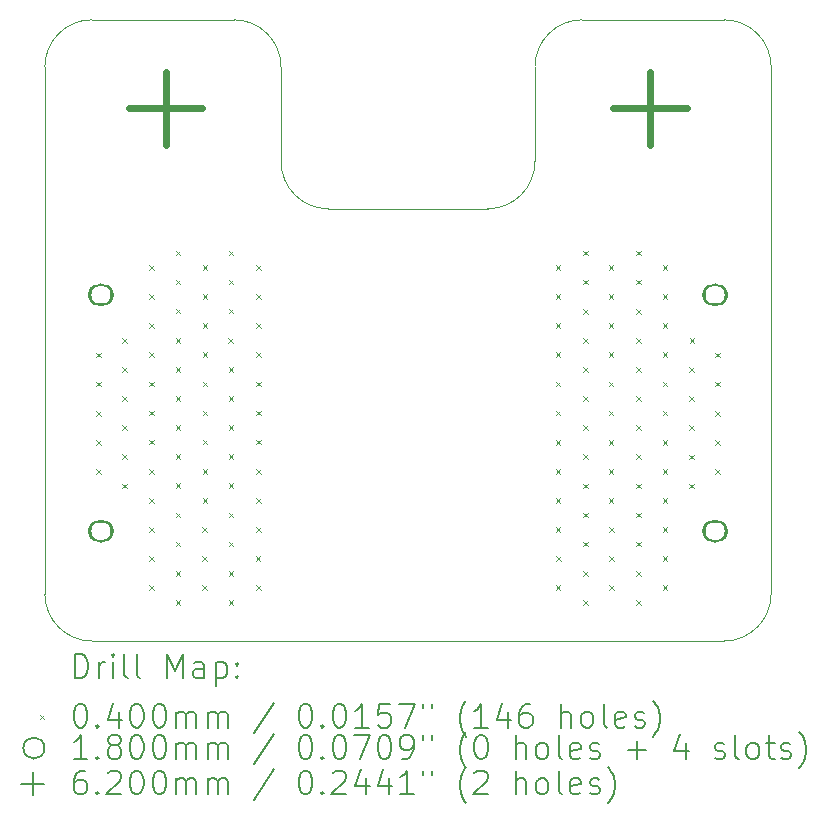
<source format=gbr>
%FSLAX45Y45*%
G04 Gerber Fmt 4.5, Leading zero omitted, Abs format (unit mm)*
G04 Created by KiCad (PCBNEW 6.0.2+dfsg-1) date 2023-05-25 22:22:31*
%MOMM*%
%LPD*%
G01*
G04 APERTURE LIST*
%TA.AperFunction,Profile*%
%ADD10C,0.050000*%
%TD*%
%ADD11C,0.200000*%
%ADD12C,0.040000*%
%ADD13C,0.180000*%
%ADD14C,0.620000*%
G04 APERTURE END LIST*
D10*
X13510000Y-7850000D02*
X12310000Y-7850000D01*
X12310000Y-13110000D02*
X17660000Y-13110000D01*
X16060000Y-8250000D02*
X16060000Y-9050000D01*
X13910000Y-9050000D02*
X13910000Y-8250000D01*
X16460000Y-7850000D02*
G75*
G03*
X16060000Y-8250000I0J-400000D01*
G01*
X15660000Y-9450000D02*
X14310000Y-9450000D01*
X18060000Y-8250000D02*
G75*
G03*
X17660000Y-7850000I-400000J0D01*
G01*
X15660000Y-9450000D02*
G75*
G03*
X16060000Y-9050000I0J400000D01*
G01*
X17660000Y-13110000D02*
G75*
G03*
X18060000Y-12710000I0J400000D01*
G01*
X12310000Y-7850000D02*
G75*
G03*
X11910000Y-8250000I0J-400000D01*
G01*
X13910000Y-9050000D02*
G75*
G03*
X14310000Y-9450000I400000J0D01*
G01*
X18060000Y-12710000D02*
X18060000Y-8250000D01*
X11910000Y-8250000D02*
X11910000Y-12710000D01*
X11910000Y-12710000D02*
G75*
G03*
X12310000Y-13110000I400000J0D01*
G01*
X17660000Y-7850000D02*
X16460000Y-7850000D01*
X13910000Y-8250000D02*
G75*
G03*
X13510000Y-7850000I-400000J0D01*
G01*
D11*
D12*
X12347500Y-10667939D02*
X12387500Y-10707939D01*
X12387500Y-10667939D02*
X12347500Y-10707939D01*
X12347500Y-10914368D02*
X12387500Y-10954368D01*
X12387500Y-10914368D02*
X12347500Y-10954368D01*
X12347500Y-11160796D02*
X12387500Y-11200796D01*
X12387500Y-11160796D02*
X12347500Y-11200796D01*
X12347500Y-11407225D02*
X12387500Y-11447225D01*
X12387500Y-11407225D02*
X12347500Y-11447225D01*
X12347500Y-11653653D02*
X12387500Y-11693653D01*
X12387500Y-11653653D02*
X12347500Y-11693653D01*
X12562500Y-10544677D02*
X12602500Y-10584677D01*
X12602500Y-10544677D02*
X12562500Y-10584677D01*
X12567500Y-10791216D02*
X12607500Y-10831216D01*
X12607500Y-10791216D02*
X12567500Y-10831216D01*
X12567500Y-11037754D02*
X12607500Y-11077754D01*
X12607500Y-11037754D02*
X12567500Y-11077754D01*
X12567500Y-11284293D02*
X12607500Y-11324293D01*
X12607500Y-11284293D02*
X12567500Y-11324293D01*
X12567500Y-11530831D02*
X12607500Y-11570831D01*
X12607500Y-11530831D02*
X12567500Y-11570831D01*
X12567500Y-11777369D02*
X12607500Y-11817369D01*
X12607500Y-11777369D02*
X12567500Y-11817369D01*
X12792500Y-9927500D02*
X12832500Y-9967500D01*
X12832500Y-9927500D02*
X12792500Y-9967500D01*
X12792500Y-10173929D02*
X12832500Y-10213929D01*
X12832500Y-10173929D02*
X12792500Y-10213929D01*
X12792500Y-10420357D02*
X12832500Y-10460357D01*
X12832500Y-10420357D02*
X12792500Y-10460357D01*
X12792500Y-10666786D02*
X12832500Y-10706786D01*
X12832500Y-10666786D02*
X12792500Y-10706786D01*
X12792500Y-10913214D02*
X12832500Y-10953214D01*
X12832500Y-10913214D02*
X12792500Y-10953214D01*
X12792500Y-11159643D02*
X12832500Y-11199642D01*
X12832500Y-11159643D02*
X12792500Y-11199642D01*
X12792500Y-11406071D02*
X12832500Y-11446071D01*
X12832500Y-11406071D02*
X12792500Y-11446071D01*
X12792500Y-11652499D02*
X12832500Y-11692499D01*
X12832500Y-11652499D02*
X12792500Y-11692499D01*
X12792500Y-11898928D02*
X12832500Y-11938928D01*
X12832500Y-11898928D02*
X12792500Y-11938928D01*
X12792500Y-12145356D02*
X12832500Y-12185356D01*
X12832500Y-12145356D02*
X12792500Y-12185356D01*
X12792500Y-12391785D02*
X12832500Y-12431785D01*
X12832500Y-12391785D02*
X12792500Y-12431785D01*
X12792500Y-12638213D02*
X12832500Y-12678213D01*
X12832500Y-12638213D02*
X12792500Y-12678213D01*
X13017500Y-9803909D02*
X13057500Y-9843909D01*
X13057500Y-9803909D02*
X13017500Y-9843909D01*
X13017500Y-10050447D02*
X13057500Y-10090447D01*
X13057500Y-10050447D02*
X13017500Y-10090447D01*
X13017500Y-10296985D02*
X13057500Y-10336985D01*
X13057500Y-10296985D02*
X13017500Y-10336985D01*
X13017500Y-10543524D02*
X13057500Y-10583524D01*
X13057500Y-10543524D02*
X13017500Y-10583524D01*
X13017500Y-10790062D02*
X13057500Y-10830062D01*
X13057500Y-10790062D02*
X13017500Y-10830062D01*
X13017500Y-11036601D02*
X13057500Y-11076601D01*
X13057500Y-11036601D02*
X13017500Y-11076601D01*
X13017500Y-11283139D02*
X13057500Y-11323139D01*
X13057500Y-11283139D02*
X13017500Y-11323139D01*
X13017500Y-11529677D02*
X13057500Y-11569677D01*
X13057500Y-11529677D02*
X13017500Y-11569677D01*
X13017500Y-11776216D02*
X13057500Y-11816216D01*
X13057500Y-11776216D02*
X13017500Y-11816216D01*
X13017500Y-12022754D02*
X13057500Y-12062754D01*
X13057500Y-12022754D02*
X13017500Y-12062754D01*
X13017500Y-12269293D02*
X13057500Y-12309293D01*
X13057500Y-12269293D02*
X13017500Y-12309293D01*
X13017500Y-12515831D02*
X13057500Y-12555831D01*
X13057500Y-12515831D02*
X13017500Y-12555831D01*
X13017500Y-12762369D02*
X13057500Y-12802369D01*
X13057500Y-12762369D02*
X13017500Y-12802369D01*
X13242500Y-12145356D02*
X13282500Y-12185356D01*
X13282500Y-12145356D02*
X13242500Y-12185356D01*
X13242500Y-12391785D02*
X13282500Y-12431785D01*
X13282500Y-12391785D02*
X13242500Y-12431785D01*
X13242500Y-12638213D02*
X13282500Y-12678213D01*
X13282500Y-12638213D02*
X13242500Y-12678213D01*
X13247500Y-9927500D02*
X13287500Y-9967500D01*
X13287500Y-9927500D02*
X13247500Y-9967500D01*
X13247500Y-10173929D02*
X13287500Y-10213929D01*
X13287500Y-10173929D02*
X13247500Y-10213929D01*
X13247500Y-10420357D02*
X13287500Y-10460357D01*
X13287500Y-10420357D02*
X13247500Y-10460357D01*
X13247500Y-10666786D02*
X13287500Y-10706786D01*
X13287500Y-10666786D02*
X13247500Y-10706786D01*
X13247500Y-10913214D02*
X13287500Y-10953214D01*
X13287500Y-10913214D02*
X13247500Y-10953214D01*
X13247500Y-11159643D02*
X13287500Y-11199642D01*
X13287500Y-11159643D02*
X13247500Y-11199642D01*
X13247500Y-11406071D02*
X13287500Y-11446071D01*
X13287500Y-11406071D02*
X13247500Y-11446071D01*
X13247500Y-11652499D02*
X13287500Y-11692499D01*
X13287500Y-11652499D02*
X13247500Y-11692499D01*
X13247500Y-11898928D02*
X13287500Y-11938928D01*
X13287500Y-11898928D02*
X13247500Y-11938928D01*
X13462500Y-10543524D02*
X13502500Y-10583524D01*
X13502500Y-10543524D02*
X13462500Y-10583524D01*
X13467500Y-9803909D02*
X13507500Y-9843909D01*
X13507500Y-9803909D02*
X13467500Y-9843909D01*
X13467500Y-10050447D02*
X13507500Y-10090447D01*
X13507500Y-10050447D02*
X13467500Y-10090447D01*
X13467500Y-10296985D02*
X13507500Y-10336985D01*
X13507500Y-10296985D02*
X13467500Y-10336985D01*
X13467500Y-10790062D02*
X13507500Y-10830062D01*
X13507500Y-10790062D02*
X13467500Y-10830062D01*
X13467500Y-11036601D02*
X13507500Y-11076601D01*
X13507500Y-11036601D02*
X13467500Y-11076601D01*
X13467500Y-11283139D02*
X13507500Y-11323139D01*
X13507500Y-11283139D02*
X13467500Y-11323139D01*
X13467500Y-11529677D02*
X13507500Y-11569677D01*
X13507500Y-11529677D02*
X13467500Y-11569677D01*
X13467500Y-11776216D02*
X13507500Y-11816216D01*
X13507500Y-11776216D02*
X13467500Y-11816216D01*
X13467500Y-12022754D02*
X13507500Y-12062754D01*
X13507500Y-12022754D02*
X13467500Y-12062754D01*
X13467500Y-12269293D02*
X13507500Y-12309293D01*
X13507500Y-12269293D02*
X13467500Y-12309293D01*
X13467500Y-12515831D02*
X13507500Y-12555831D01*
X13507500Y-12515831D02*
X13467500Y-12555831D01*
X13467500Y-12762369D02*
X13507500Y-12802369D01*
X13507500Y-12762369D02*
X13467500Y-12802369D01*
X13695000Y-12391785D02*
X13735000Y-12431785D01*
X13735000Y-12391785D02*
X13695000Y-12431785D01*
X13697500Y-9927500D02*
X13737500Y-9967500D01*
X13737500Y-9927500D02*
X13697500Y-9967500D01*
X13697500Y-10173929D02*
X13737500Y-10213929D01*
X13737500Y-10173929D02*
X13697500Y-10213929D01*
X13697500Y-10420357D02*
X13737500Y-10460357D01*
X13737500Y-10420357D02*
X13697500Y-10460357D01*
X13697500Y-10666786D02*
X13737500Y-10706786D01*
X13737500Y-10666786D02*
X13697500Y-10706786D01*
X13697500Y-10913214D02*
X13737500Y-10953214D01*
X13737500Y-10913214D02*
X13697500Y-10953214D01*
X13697500Y-11159643D02*
X13737500Y-11199642D01*
X13737500Y-11159643D02*
X13697500Y-11199642D01*
X13697500Y-11406071D02*
X13737500Y-11446071D01*
X13737500Y-11406071D02*
X13697500Y-11446071D01*
X13697500Y-11652499D02*
X13737500Y-11692499D01*
X13737500Y-11652499D02*
X13697500Y-11692499D01*
X13697500Y-11898928D02*
X13737500Y-11938928D01*
X13737500Y-11898928D02*
X13697500Y-11938928D01*
X13697500Y-12145356D02*
X13737500Y-12185356D01*
X13737500Y-12145356D02*
X13697500Y-12185356D01*
X13697500Y-12638213D02*
X13737500Y-12678213D01*
X13737500Y-12638213D02*
X13697500Y-12678213D01*
X16235000Y-9927858D02*
X16275000Y-9967858D01*
X16275000Y-9927858D02*
X16235000Y-9967858D01*
X16235000Y-10174287D02*
X16275000Y-10214287D01*
X16275000Y-10174287D02*
X16235000Y-10214287D01*
X16235000Y-10420715D02*
X16275000Y-10460715D01*
X16275000Y-10420715D02*
X16235000Y-10460715D01*
X16235000Y-10667144D02*
X16275000Y-10707144D01*
X16275000Y-10667144D02*
X16235000Y-10707144D01*
X16235000Y-10913572D02*
X16275000Y-10953572D01*
X16275000Y-10913572D02*
X16235000Y-10953572D01*
X16235000Y-11160001D02*
X16275000Y-11200000D01*
X16275000Y-11160001D02*
X16235000Y-11200000D01*
X16235000Y-11406429D02*
X16275000Y-11446429D01*
X16275000Y-11406429D02*
X16235000Y-11446429D01*
X16235000Y-11652857D02*
X16275000Y-11692857D01*
X16275000Y-11652857D02*
X16235000Y-11692857D01*
X16235000Y-11899286D02*
X16275000Y-11939286D01*
X16275000Y-11899286D02*
X16235000Y-11939286D01*
X16235000Y-12145714D02*
X16275000Y-12185714D01*
X16275000Y-12145714D02*
X16235000Y-12185714D01*
X16235000Y-12638571D02*
X16275000Y-12678571D01*
X16275000Y-12638571D02*
X16235000Y-12678571D01*
X16237500Y-12392143D02*
X16277500Y-12432143D01*
X16277500Y-12392143D02*
X16237500Y-12432143D01*
X16465000Y-9804267D02*
X16505000Y-9844267D01*
X16505000Y-9804267D02*
X16465000Y-9844267D01*
X16465000Y-10050805D02*
X16505000Y-10090805D01*
X16505000Y-10050805D02*
X16465000Y-10090805D01*
X16465000Y-10297343D02*
X16505000Y-10337343D01*
X16505000Y-10297343D02*
X16465000Y-10337343D01*
X16465000Y-10790420D02*
X16505000Y-10830420D01*
X16505000Y-10790420D02*
X16465000Y-10830420D01*
X16465000Y-11036959D02*
X16505000Y-11076959D01*
X16505000Y-11036959D02*
X16465000Y-11076959D01*
X16465000Y-11283497D02*
X16505000Y-11323497D01*
X16505000Y-11283497D02*
X16465000Y-11323497D01*
X16465000Y-11530035D02*
X16505000Y-11570035D01*
X16505000Y-11530035D02*
X16465000Y-11570035D01*
X16465000Y-11776574D02*
X16505000Y-11816574D01*
X16505000Y-11776574D02*
X16465000Y-11816574D01*
X16465000Y-12023112D02*
X16505000Y-12063112D01*
X16505000Y-12023112D02*
X16465000Y-12063112D01*
X16465000Y-12269651D02*
X16505000Y-12309651D01*
X16505000Y-12269651D02*
X16465000Y-12309651D01*
X16465000Y-12516189D02*
X16505000Y-12556189D01*
X16505000Y-12516189D02*
X16465000Y-12556189D01*
X16465000Y-12762727D02*
X16505000Y-12802727D01*
X16505000Y-12762727D02*
X16465000Y-12802727D01*
X16470000Y-10543882D02*
X16510000Y-10583882D01*
X16510000Y-10543882D02*
X16470000Y-10583882D01*
X16685000Y-9927858D02*
X16725000Y-9967858D01*
X16725000Y-9927858D02*
X16685000Y-9967858D01*
X16685000Y-10174287D02*
X16725000Y-10214287D01*
X16725000Y-10174287D02*
X16685000Y-10214287D01*
X16685000Y-10420715D02*
X16725000Y-10460715D01*
X16725000Y-10420715D02*
X16685000Y-10460715D01*
X16685000Y-10667144D02*
X16725000Y-10707144D01*
X16725000Y-10667144D02*
X16685000Y-10707144D01*
X16685000Y-10913572D02*
X16725000Y-10953572D01*
X16725000Y-10913572D02*
X16685000Y-10953572D01*
X16685000Y-11160001D02*
X16725000Y-11200000D01*
X16725000Y-11160001D02*
X16685000Y-11200000D01*
X16685000Y-11406429D02*
X16725000Y-11446429D01*
X16725000Y-11406429D02*
X16685000Y-11446429D01*
X16685000Y-11652857D02*
X16725000Y-11692857D01*
X16725000Y-11652857D02*
X16685000Y-11692857D01*
X16685000Y-11899286D02*
X16725000Y-11939286D01*
X16725000Y-11899286D02*
X16685000Y-11939286D01*
X16690000Y-12145714D02*
X16730000Y-12185714D01*
X16730000Y-12145714D02*
X16690000Y-12185714D01*
X16690000Y-12392143D02*
X16730000Y-12432143D01*
X16730000Y-12392143D02*
X16690000Y-12432143D01*
X16690000Y-12638571D02*
X16730000Y-12678571D01*
X16730000Y-12638571D02*
X16690000Y-12678571D01*
X16915000Y-9804267D02*
X16955000Y-9844267D01*
X16955000Y-9804267D02*
X16915000Y-9844267D01*
X16915000Y-10050805D02*
X16955000Y-10090805D01*
X16955000Y-10050805D02*
X16915000Y-10090805D01*
X16915000Y-10297343D02*
X16955000Y-10337343D01*
X16955000Y-10297343D02*
X16915000Y-10337343D01*
X16915000Y-10543882D02*
X16955000Y-10583882D01*
X16955000Y-10543882D02*
X16915000Y-10583882D01*
X16915000Y-10790420D02*
X16955000Y-10830420D01*
X16955000Y-10790420D02*
X16915000Y-10830420D01*
X16915000Y-11036959D02*
X16955000Y-11076959D01*
X16955000Y-11036959D02*
X16915000Y-11076959D01*
X16915000Y-11283497D02*
X16955000Y-11323497D01*
X16955000Y-11283497D02*
X16915000Y-11323497D01*
X16915000Y-11530035D02*
X16955000Y-11570035D01*
X16955000Y-11530035D02*
X16915000Y-11570035D01*
X16915000Y-11776574D02*
X16955000Y-11816574D01*
X16955000Y-11776574D02*
X16915000Y-11816574D01*
X16915000Y-12023112D02*
X16955000Y-12063112D01*
X16955000Y-12023112D02*
X16915000Y-12063112D01*
X16915000Y-12269651D02*
X16955000Y-12309651D01*
X16955000Y-12269651D02*
X16915000Y-12309651D01*
X16915000Y-12516189D02*
X16955000Y-12556189D01*
X16955000Y-12516189D02*
X16915000Y-12556189D01*
X16915000Y-12762727D02*
X16955000Y-12802727D01*
X16955000Y-12762727D02*
X16915000Y-12802727D01*
X17140000Y-9927858D02*
X17180000Y-9967858D01*
X17180000Y-9927858D02*
X17140000Y-9967858D01*
X17140000Y-10174287D02*
X17180000Y-10214287D01*
X17180000Y-10174287D02*
X17140000Y-10214287D01*
X17140000Y-10420715D02*
X17180000Y-10460715D01*
X17180000Y-10420715D02*
X17140000Y-10460715D01*
X17140000Y-10667144D02*
X17180000Y-10707144D01*
X17180000Y-10667144D02*
X17140000Y-10707144D01*
X17140000Y-10913572D02*
X17180000Y-10953572D01*
X17180000Y-10913572D02*
X17140000Y-10953572D01*
X17140000Y-11160001D02*
X17180000Y-11200000D01*
X17180000Y-11160001D02*
X17140000Y-11200000D01*
X17140000Y-11406429D02*
X17180000Y-11446429D01*
X17180000Y-11406429D02*
X17140000Y-11446429D01*
X17140000Y-11652857D02*
X17180000Y-11692857D01*
X17180000Y-11652857D02*
X17140000Y-11692857D01*
X17140000Y-11899286D02*
X17180000Y-11939286D01*
X17180000Y-11899286D02*
X17140000Y-11939286D01*
X17140000Y-12145714D02*
X17180000Y-12185714D01*
X17180000Y-12145714D02*
X17140000Y-12185714D01*
X17140000Y-12392143D02*
X17180000Y-12432143D01*
X17180000Y-12392143D02*
X17140000Y-12432143D01*
X17140000Y-12638571D02*
X17180000Y-12678571D01*
X17180000Y-12638571D02*
X17140000Y-12678571D01*
X17365000Y-10791574D02*
X17405000Y-10831574D01*
X17405000Y-10791574D02*
X17365000Y-10831574D01*
X17365000Y-11038112D02*
X17405000Y-11078112D01*
X17405000Y-11038112D02*
X17365000Y-11078112D01*
X17365000Y-11284651D02*
X17405000Y-11324651D01*
X17405000Y-11284651D02*
X17365000Y-11324651D01*
X17365000Y-11531189D02*
X17405000Y-11571189D01*
X17405000Y-11531189D02*
X17365000Y-11571189D01*
X17365000Y-11777727D02*
X17405000Y-11817727D01*
X17405000Y-11777727D02*
X17365000Y-11817727D01*
X17370000Y-10545035D02*
X17410000Y-10585035D01*
X17410000Y-10545035D02*
X17370000Y-10585035D01*
X17585000Y-10668297D02*
X17625000Y-10708297D01*
X17625000Y-10668297D02*
X17585000Y-10708297D01*
X17585000Y-10914726D02*
X17625000Y-10954726D01*
X17625000Y-10914726D02*
X17585000Y-10954726D01*
X17585000Y-11161154D02*
X17625000Y-11201154D01*
X17625000Y-11161154D02*
X17585000Y-11201154D01*
X17585000Y-11407583D02*
X17625000Y-11447583D01*
X17625000Y-11407583D02*
X17585000Y-11447583D01*
X17585000Y-11654011D02*
X17625000Y-11694011D01*
X17625000Y-11654011D02*
X17585000Y-11694011D01*
D13*
X12475000Y-10180000D02*
G75*
G03*
X12475000Y-10180000I-90000J0D01*
G01*
D11*
X12410000Y-10100000D02*
X12360000Y-10100000D01*
X12410000Y-10260000D02*
X12360000Y-10260000D01*
X12360000Y-10100000D02*
G75*
G03*
X12360000Y-10260000I0J-80000D01*
G01*
X12410000Y-10260000D02*
G75*
G03*
X12410000Y-10100000I0J80000D01*
G01*
D13*
X12475000Y-12180000D02*
G75*
G03*
X12475000Y-12180000I-90000J0D01*
G01*
D11*
X12410000Y-12100000D02*
X12360000Y-12100000D01*
X12410000Y-12260000D02*
X12360000Y-12260000D01*
X12360000Y-12100000D02*
G75*
G03*
X12360000Y-12260000I0J-80000D01*
G01*
X12410000Y-12260000D02*
G75*
G03*
X12410000Y-12100000I0J80000D01*
G01*
D13*
X17675000Y-10180000D02*
G75*
G03*
X17675000Y-10180000I-90000J0D01*
G01*
D11*
X17610000Y-10100000D02*
X17560000Y-10100000D01*
X17610000Y-10260000D02*
X17560000Y-10260000D01*
X17560000Y-10100000D02*
G75*
G03*
X17560000Y-10260000I0J-80000D01*
G01*
X17610000Y-10260000D02*
G75*
G03*
X17610000Y-10100000I0J80000D01*
G01*
D13*
X17675000Y-12180000D02*
G75*
G03*
X17675000Y-12180000I-90000J0D01*
G01*
D11*
X17610000Y-12100000D02*
X17560000Y-12100000D01*
X17610000Y-12260000D02*
X17560000Y-12260000D01*
X17560000Y-12100000D02*
G75*
G03*
X17560000Y-12260000I0J-80000D01*
G01*
X17610000Y-12260000D02*
G75*
G03*
X17610000Y-12100000I0J80000D01*
G01*
D14*
X12935000Y-8290000D02*
X12935000Y-8910000D01*
X12625000Y-8600000D02*
X13245000Y-8600000D01*
X17035000Y-8290000D02*
X17035000Y-8910000D01*
X16725000Y-8600000D02*
X17345000Y-8600000D01*
D11*
X12165119Y-13422976D02*
X12165119Y-13222976D01*
X12212738Y-13222976D01*
X12241309Y-13232500D01*
X12260357Y-13251548D01*
X12269881Y-13270595D01*
X12279405Y-13308690D01*
X12279405Y-13337262D01*
X12269881Y-13375357D01*
X12260357Y-13394405D01*
X12241309Y-13413452D01*
X12212738Y-13422976D01*
X12165119Y-13422976D01*
X12365119Y-13422976D02*
X12365119Y-13289643D01*
X12365119Y-13327738D02*
X12374643Y-13308690D01*
X12384167Y-13299167D01*
X12403214Y-13289643D01*
X12422262Y-13289643D01*
X12488928Y-13422976D02*
X12488928Y-13289643D01*
X12488928Y-13222976D02*
X12479405Y-13232500D01*
X12488928Y-13242024D01*
X12498452Y-13232500D01*
X12488928Y-13222976D01*
X12488928Y-13242024D01*
X12612738Y-13422976D02*
X12593690Y-13413452D01*
X12584167Y-13394405D01*
X12584167Y-13222976D01*
X12717500Y-13422976D02*
X12698452Y-13413452D01*
X12688928Y-13394405D01*
X12688928Y-13222976D01*
X12946071Y-13422976D02*
X12946071Y-13222976D01*
X13012738Y-13365833D01*
X13079405Y-13222976D01*
X13079405Y-13422976D01*
X13260357Y-13422976D02*
X13260357Y-13318214D01*
X13250833Y-13299167D01*
X13231786Y-13289643D01*
X13193690Y-13289643D01*
X13174643Y-13299167D01*
X13260357Y-13413452D02*
X13241309Y-13422976D01*
X13193690Y-13422976D01*
X13174643Y-13413452D01*
X13165119Y-13394405D01*
X13165119Y-13375357D01*
X13174643Y-13356309D01*
X13193690Y-13346786D01*
X13241309Y-13346786D01*
X13260357Y-13337262D01*
X13355595Y-13289643D02*
X13355595Y-13489643D01*
X13355595Y-13299167D02*
X13374643Y-13289643D01*
X13412738Y-13289643D01*
X13431786Y-13299167D01*
X13441309Y-13308690D01*
X13450833Y-13327738D01*
X13450833Y-13384881D01*
X13441309Y-13403928D01*
X13431786Y-13413452D01*
X13412738Y-13422976D01*
X13374643Y-13422976D01*
X13355595Y-13413452D01*
X13536548Y-13403928D02*
X13546071Y-13413452D01*
X13536548Y-13422976D01*
X13527024Y-13413452D01*
X13536548Y-13403928D01*
X13536548Y-13422976D01*
X13536548Y-13299167D02*
X13546071Y-13308690D01*
X13536548Y-13318214D01*
X13527024Y-13308690D01*
X13536548Y-13299167D01*
X13536548Y-13318214D01*
D12*
X11867500Y-13732500D02*
X11907500Y-13772500D01*
X11907500Y-13732500D02*
X11867500Y-13772500D01*
D11*
X12203214Y-13642976D02*
X12222262Y-13642976D01*
X12241309Y-13652500D01*
X12250833Y-13662024D01*
X12260357Y-13681071D01*
X12269881Y-13719167D01*
X12269881Y-13766786D01*
X12260357Y-13804881D01*
X12250833Y-13823928D01*
X12241309Y-13833452D01*
X12222262Y-13842976D01*
X12203214Y-13842976D01*
X12184167Y-13833452D01*
X12174643Y-13823928D01*
X12165119Y-13804881D01*
X12155595Y-13766786D01*
X12155595Y-13719167D01*
X12165119Y-13681071D01*
X12174643Y-13662024D01*
X12184167Y-13652500D01*
X12203214Y-13642976D01*
X12355595Y-13823928D02*
X12365119Y-13833452D01*
X12355595Y-13842976D01*
X12346071Y-13833452D01*
X12355595Y-13823928D01*
X12355595Y-13842976D01*
X12536548Y-13709643D02*
X12536548Y-13842976D01*
X12488928Y-13633452D02*
X12441309Y-13776309D01*
X12565119Y-13776309D01*
X12679405Y-13642976D02*
X12698452Y-13642976D01*
X12717500Y-13652500D01*
X12727024Y-13662024D01*
X12736548Y-13681071D01*
X12746071Y-13719167D01*
X12746071Y-13766786D01*
X12736548Y-13804881D01*
X12727024Y-13823928D01*
X12717500Y-13833452D01*
X12698452Y-13842976D01*
X12679405Y-13842976D01*
X12660357Y-13833452D01*
X12650833Y-13823928D01*
X12641309Y-13804881D01*
X12631786Y-13766786D01*
X12631786Y-13719167D01*
X12641309Y-13681071D01*
X12650833Y-13662024D01*
X12660357Y-13652500D01*
X12679405Y-13642976D01*
X12869881Y-13642976D02*
X12888928Y-13642976D01*
X12907976Y-13652500D01*
X12917500Y-13662024D01*
X12927024Y-13681071D01*
X12936548Y-13719167D01*
X12936548Y-13766786D01*
X12927024Y-13804881D01*
X12917500Y-13823928D01*
X12907976Y-13833452D01*
X12888928Y-13842976D01*
X12869881Y-13842976D01*
X12850833Y-13833452D01*
X12841309Y-13823928D01*
X12831786Y-13804881D01*
X12822262Y-13766786D01*
X12822262Y-13719167D01*
X12831786Y-13681071D01*
X12841309Y-13662024D01*
X12850833Y-13652500D01*
X12869881Y-13642976D01*
X13022262Y-13842976D02*
X13022262Y-13709643D01*
X13022262Y-13728690D02*
X13031786Y-13719167D01*
X13050833Y-13709643D01*
X13079405Y-13709643D01*
X13098452Y-13719167D01*
X13107976Y-13738214D01*
X13107976Y-13842976D01*
X13107976Y-13738214D02*
X13117500Y-13719167D01*
X13136548Y-13709643D01*
X13165119Y-13709643D01*
X13184167Y-13719167D01*
X13193690Y-13738214D01*
X13193690Y-13842976D01*
X13288928Y-13842976D02*
X13288928Y-13709643D01*
X13288928Y-13728690D02*
X13298452Y-13719167D01*
X13317500Y-13709643D01*
X13346071Y-13709643D01*
X13365119Y-13719167D01*
X13374643Y-13738214D01*
X13374643Y-13842976D01*
X13374643Y-13738214D02*
X13384167Y-13719167D01*
X13403214Y-13709643D01*
X13431786Y-13709643D01*
X13450833Y-13719167D01*
X13460357Y-13738214D01*
X13460357Y-13842976D01*
X13850833Y-13633452D02*
X13679405Y-13890595D01*
X14107976Y-13642976D02*
X14127024Y-13642976D01*
X14146071Y-13652500D01*
X14155595Y-13662024D01*
X14165119Y-13681071D01*
X14174643Y-13719167D01*
X14174643Y-13766786D01*
X14165119Y-13804881D01*
X14155595Y-13823928D01*
X14146071Y-13833452D01*
X14127024Y-13842976D01*
X14107976Y-13842976D01*
X14088928Y-13833452D01*
X14079405Y-13823928D01*
X14069881Y-13804881D01*
X14060357Y-13766786D01*
X14060357Y-13719167D01*
X14069881Y-13681071D01*
X14079405Y-13662024D01*
X14088928Y-13652500D01*
X14107976Y-13642976D01*
X14260357Y-13823928D02*
X14269881Y-13833452D01*
X14260357Y-13842976D01*
X14250833Y-13833452D01*
X14260357Y-13823928D01*
X14260357Y-13842976D01*
X14393690Y-13642976D02*
X14412738Y-13642976D01*
X14431786Y-13652500D01*
X14441309Y-13662024D01*
X14450833Y-13681071D01*
X14460357Y-13719167D01*
X14460357Y-13766786D01*
X14450833Y-13804881D01*
X14441309Y-13823928D01*
X14431786Y-13833452D01*
X14412738Y-13842976D01*
X14393690Y-13842976D01*
X14374643Y-13833452D01*
X14365119Y-13823928D01*
X14355595Y-13804881D01*
X14346071Y-13766786D01*
X14346071Y-13719167D01*
X14355595Y-13681071D01*
X14365119Y-13662024D01*
X14374643Y-13652500D01*
X14393690Y-13642976D01*
X14650833Y-13842976D02*
X14536548Y-13842976D01*
X14593690Y-13842976D02*
X14593690Y-13642976D01*
X14574643Y-13671548D01*
X14555595Y-13690595D01*
X14536548Y-13700119D01*
X14831786Y-13642976D02*
X14736548Y-13642976D01*
X14727024Y-13738214D01*
X14736548Y-13728690D01*
X14755595Y-13719167D01*
X14803214Y-13719167D01*
X14822262Y-13728690D01*
X14831786Y-13738214D01*
X14841309Y-13757262D01*
X14841309Y-13804881D01*
X14831786Y-13823928D01*
X14822262Y-13833452D01*
X14803214Y-13842976D01*
X14755595Y-13842976D01*
X14736548Y-13833452D01*
X14727024Y-13823928D01*
X14907976Y-13642976D02*
X15041309Y-13642976D01*
X14955595Y-13842976D01*
X15107976Y-13642976D02*
X15107976Y-13681071D01*
X15184167Y-13642976D02*
X15184167Y-13681071D01*
X15479405Y-13919167D02*
X15469881Y-13909643D01*
X15450833Y-13881071D01*
X15441309Y-13862024D01*
X15431786Y-13833452D01*
X15422262Y-13785833D01*
X15422262Y-13747738D01*
X15431786Y-13700119D01*
X15441309Y-13671548D01*
X15450833Y-13652500D01*
X15469881Y-13623928D01*
X15479405Y-13614405D01*
X15660357Y-13842976D02*
X15546071Y-13842976D01*
X15603214Y-13842976D02*
X15603214Y-13642976D01*
X15584167Y-13671548D01*
X15565119Y-13690595D01*
X15546071Y-13700119D01*
X15831786Y-13709643D02*
X15831786Y-13842976D01*
X15784167Y-13633452D02*
X15736548Y-13776309D01*
X15860357Y-13776309D01*
X16022262Y-13642976D02*
X15984167Y-13642976D01*
X15965119Y-13652500D01*
X15955595Y-13662024D01*
X15936548Y-13690595D01*
X15927024Y-13728690D01*
X15927024Y-13804881D01*
X15936548Y-13823928D01*
X15946071Y-13833452D01*
X15965119Y-13842976D01*
X16003214Y-13842976D01*
X16022262Y-13833452D01*
X16031786Y-13823928D01*
X16041309Y-13804881D01*
X16041309Y-13757262D01*
X16031786Y-13738214D01*
X16022262Y-13728690D01*
X16003214Y-13719167D01*
X15965119Y-13719167D01*
X15946071Y-13728690D01*
X15936548Y-13738214D01*
X15927024Y-13757262D01*
X16279405Y-13842976D02*
X16279405Y-13642976D01*
X16365119Y-13842976D02*
X16365119Y-13738214D01*
X16355595Y-13719167D01*
X16336548Y-13709643D01*
X16307976Y-13709643D01*
X16288928Y-13719167D01*
X16279405Y-13728690D01*
X16488928Y-13842976D02*
X16469881Y-13833452D01*
X16460357Y-13823928D01*
X16450833Y-13804881D01*
X16450833Y-13747738D01*
X16460357Y-13728690D01*
X16469881Y-13719167D01*
X16488928Y-13709643D01*
X16517500Y-13709643D01*
X16536548Y-13719167D01*
X16546071Y-13728690D01*
X16555595Y-13747738D01*
X16555595Y-13804881D01*
X16546071Y-13823928D01*
X16536548Y-13833452D01*
X16517500Y-13842976D01*
X16488928Y-13842976D01*
X16669881Y-13842976D02*
X16650833Y-13833452D01*
X16641309Y-13814405D01*
X16641309Y-13642976D01*
X16822262Y-13833452D02*
X16803214Y-13842976D01*
X16765119Y-13842976D01*
X16746071Y-13833452D01*
X16736548Y-13814405D01*
X16736548Y-13738214D01*
X16746071Y-13719167D01*
X16765119Y-13709643D01*
X16803214Y-13709643D01*
X16822262Y-13719167D01*
X16831786Y-13738214D01*
X16831786Y-13757262D01*
X16736548Y-13776309D01*
X16907976Y-13833452D02*
X16927024Y-13842976D01*
X16965119Y-13842976D01*
X16984167Y-13833452D01*
X16993690Y-13814405D01*
X16993690Y-13804881D01*
X16984167Y-13785833D01*
X16965119Y-13776309D01*
X16936548Y-13776309D01*
X16917500Y-13766786D01*
X16907976Y-13747738D01*
X16907976Y-13738214D01*
X16917500Y-13719167D01*
X16936548Y-13709643D01*
X16965119Y-13709643D01*
X16984167Y-13719167D01*
X17060357Y-13919167D02*
X17069881Y-13909643D01*
X17088929Y-13881071D01*
X17098452Y-13862024D01*
X17107976Y-13833452D01*
X17117500Y-13785833D01*
X17117500Y-13747738D01*
X17107976Y-13700119D01*
X17098452Y-13671548D01*
X17088929Y-13652500D01*
X17069881Y-13623928D01*
X17060357Y-13614405D01*
D13*
X11907500Y-14016500D02*
G75*
G03*
X11907500Y-14016500I-90000J0D01*
G01*
D11*
X12269881Y-14106976D02*
X12155595Y-14106976D01*
X12212738Y-14106976D02*
X12212738Y-13906976D01*
X12193690Y-13935548D01*
X12174643Y-13954595D01*
X12155595Y-13964119D01*
X12355595Y-14087928D02*
X12365119Y-14097452D01*
X12355595Y-14106976D01*
X12346071Y-14097452D01*
X12355595Y-14087928D01*
X12355595Y-14106976D01*
X12479405Y-13992690D02*
X12460357Y-13983167D01*
X12450833Y-13973643D01*
X12441309Y-13954595D01*
X12441309Y-13945071D01*
X12450833Y-13926024D01*
X12460357Y-13916500D01*
X12479405Y-13906976D01*
X12517500Y-13906976D01*
X12536548Y-13916500D01*
X12546071Y-13926024D01*
X12555595Y-13945071D01*
X12555595Y-13954595D01*
X12546071Y-13973643D01*
X12536548Y-13983167D01*
X12517500Y-13992690D01*
X12479405Y-13992690D01*
X12460357Y-14002214D01*
X12450833Y-14011738D01*
X12441309Y-14030786D01*
X12441309Y-14068881D01*
X12450833Y-14087928D01*
X12460357Y-14097452D01*
X12479405Y-14106976D01*
X12517500Y-14106976D01*
X12536548Y-14097452D01*
X12546071Y-14087928D01*
X12555595Y-14068881D01*
X12555595Y-14030786D01*
X12546071Y-14011738D01*
X12536548Y-14002214D01*
X12517500Y-13992690D01*
X12679405Y-13906976D02*
X12698452Y-13906976D01*
X12717500Y-13916500D01*
X12727024Y-13926024D01*
X12736548Y-13945071D01*
X12746071Y-13983167D01*
X12746071Y-14030786D01*
X12736548Y-14068881D01*
X12727024Y-14087928D01*
X12717500Y-14097452D01*
X12698452Y-14106976D01*
X12679405Y-14106976D01*
X12660357Y-14097452D01*
X12650833Y-14087928D01*
X12641309Y-14068881D01*
X12631786Y-14030786D01*
X12631786Y-13983167D01*
X12641309Y-13945071D01*
X12650833Y-13926024D01*
X12660357Y-13916500D01*
X12679405Y-13906976D01*
X12869881Y-13906976D02*
X12888928Y-13906976D01*
X12907976Y-13916500D01*
X12917500Y-13926024D01*
X12927024Y-13945071D01*
X12936548Y-13983167D01*
X12936548Y-14030786D01*
X12927024Y-14068881D01*
X12917500Y-14087928D01*
X12907976Y-14097452D01*
X12888928Y-14106976D01*
X12869881Y-14106976D01*
X12850833Y-14097452D01*
X12841309Y-14087928D01*
X12831786Y-14068881D01*
X12822262Y-14030786D01*
X12822262Y-13983167D01*
X12831786Y-13945071D01*
X12841309Y-13926024D01*
X12850833Y-13916500D01*
X12869881Y-13906976D01*
X13022262Y-14106976D02*
X13022262Y-13973643D01*
X13022262Y-13992690D02*
X13031786Y-13983167D01*
X13050833Y-13973643D01*
X13079405Y-13973643D01*
X13098452Y-13983167D01*
X13107976Y-14002214D01*
X13107976Y-14106976D01*
X13107976Y-14002214D02*
X13117500Y-13983167D01*
X13136548Y-13973643D01*
X13165119Y-13973643D01*
X13184167Y-13983167D01*
X13193690Y-14002214D01*
X13193690Y-14106976D01*
X13288928Y-14106976D02*
X13288928Y-13973643D01*
X13288928Y-13992690D02*
X13298452Y-13983167D01*
X13317500Y-13973643D01*
X13346071Y-13973643D01*
X13365119Y-13983167D01*
X13374643Y-14002214D01*
X13374643Y-14106976D01*
X13374643Y-14002214D02*
X13384167Y-13983167D01*
X13403214Y-13973643D01*
X13431786Y-13973643D01*
X13450833Y-13983167D01*
X13460357Y-14002214D01*
X13460357Y-14106976D01*
X13850833Y-13897452D02*
X13679405Y-14154595D01*
X14107976Y-13906976D02*
X14127024Y-13906976D01*
X14146071Y-13916500D01*
X14155595Y-13926024D01*
X14165119Y-13945071D01*
X14174643Y-13983167D01*
X14174643Y-14030786D01*
X14165119Y-14068881D01*
X14155595Y-14087928D01*
X14146071Y-14097452D01*
X14127024Y-14106976D01*
X14107976Y-14106976D01*
X14088928Y-14097452D01*
X14079405Y-14087928D01*
X14069881Y-14068881D01*
X14060357Y-14030786D01*
X14060357Y-13983167D01*
X14069881Y-13945071D01*
X14079405Y-13926024D01*
X14088928Y-13916500D01*
X14107976Y-13906976D01*
X14260357Y-14087928D02*
X14269881Y-14097452D01*
X14260357Y-14106976D01*
X14250833Y-14097452D01*
X14260357Y-14087928D01*
X14260357Y-14106976D01*
X14393690Y-13906976D02*
X14412738Y-13906976D01*
X14431786Y-13916500D01*
X14441309Y-13926024D01*
X14450833Y-13945071D01*
X14460357Y-13983167D01*
X14460357Y-14030786D01*
X14450833Y-14068881D01*
X14441309Y-14087928D01*
X14431786Y-14097452D01*
X14412738Y-14106976D01*
X14393690Y-14106976D01*
X14374643Y-14097452D01*
X14365119Y-14087928D01*
X14355595Y-14068881D01*
X14346071Y-14030786D01*
X14346071Y-13983167D01*
X14355595Y-13945071D01*
X14365119Y-13926024D01*
X14374643Y-13916500D01*
X14393690Y-13906976D01*
X14527024Y-13906976D02*
X14660357Y-13906976D01*
X14574643Y-14106976D01*
X14774643Y-13906976D02*
X14793690Y-13906976D01*
X14812738Y-13916500D01*
X14822262Y-13926024D01*
X14831786Y-13945071D01*
X14841309Y-13983167D01*
X14841309Y-14030786D01*
X14831786Y-14068881D01*
X14822262Y-14087928D01*
X14812738Y-14097452D01*
X14793690Y-14106976D01*
X14774643Y-14106976D01*
X14755595Y-14097452D01*
X14746071Y-14087928D01*
X14736548Y-14068881D01*
X14727024Y-14030786D01*
X14727024Y-13983167D01*
X14736548Y-13945071D01*
X14746071Y-13926024D01*
X14755595Y-13916500D01*
X14774643Y-13906976D01*
X14936548Y-14106976D02*
X14974643Y-14106976D01*
X14993690Y-14097452D01*
X15003214Y-14087928D01*
X15022262Y-14059357D01*
X15031786Y-14021262D01*
X15031786Y-13945071D01*
X15022262Y-13926024D01*
X15012738Y-13916500D01*
X14993690Y-13906976D01*
X14955595Y-13906976D01*
X14936548Y-13916500D01*
X14927024Y-13926024D01*
X14917500Y-13945071D01*
X14917500Y-13992690D01*
X14927024Y-14011738D01*
X14936548Y-14021262D01*
X14955595Y-14030786D01*
X14993690Y-14030786D01*
X15012738Y-14021262D01*
X15022262Y-14011738D01*
X15031786Y-13992690D01*
X15107976Y-13906976D02*
X15107976Y-13945071D01*
X15184167Y-13906976D02*
X15184167Y-13945071D01*
X15479405Y-14183167D02*
X15469881Y-14173643D01*
X15450833Y-14145071D01*
X15441309Y-14126024D01*
X15431786Y-14097452D01*
X15422262Y-14049833D01*
X15422262Y-14011738D01*
X15431786Y-13964119D01*
X15441309Y-13935548D01*
X15450833Y-13916500D01*
X15469881Y-13887928D01*
X15479405Y-13878405D01*
X15593690Y-13906976D02*
X15612738Y-13906976D01*
X15631786Y-13916500D01*
X15641309Y-13926024D01*
X15650833Y-13945071D01*
X15660357Y-13983167D01*
X15660357Y-14030786D01*
X15650833Y-14068881D01*
X15641309Y-14087928D01*
X15631786Y-14097452D01*
X15612738Y-14106976D01*
X15593690Y-14106976D01*
X15574643Y-14097452D01*
X15565119Y-14087928D01*
X15555595Y-14068881D01*
X15546071Y-14030786D01*
X15546071Y-13983167D01*
X15555595Y-13945071D01*
X15565119Y-13926024D01*
X15574643Y-13916500D01*
X15593690Y-13906976D01*
X15898452Y-14106976D02*
X15898452Y-13906976D01*
X15984167Y-14106976D02*
X15984167Y-14002214D01*
X15974643Y-13983167D01*
X15955595Y-13973643D01*
X15927024Y-13973643D01*
X15907976Y-13983167D01*
X15898452Y-13992690D01*
X16107976Y-14106976D02*
X16088928Y-14097452D01*
X16079405Y-14087928D01*
X16069881Y-14068881D01*
X16069881Y-14011738D01*
X16079405Y-13992690D01*
X16088928Y-13983167D01*
X16107976Y-13973643D01*
X16136548Y-13973643D01*
X16155595Y-13983167D01*
X16165119Y-13992690D01*
X16174643Y-14011738D01*
X16174643Y-14068881D01*
X16165119Y-14087928D01*
X16155595Y-14097452D01*
X16136548Y-14106976D01*
X16107976Y-14106976D01*
X16288928Y-14106976D02*
X16269881Y-14097452D01*
X16260357Y-14078405D01*
X16260357Y-13906976D01*
X16441309Y-14097452D02*
X16422262Y-14106976D01*
X16384167Y-14106976D01*
X16365119Y-14097452D01*
X16355595Y-14078405D01*
X16355595Y-14002214D01*
X16365119Y-13983167D01*
X16384167Y-13973643D01*
X16422262Y-13973643D01*
X16441309Y-13983167D01*
X16450833Y-14002214D01*
X16450833Y-14021262D01*
X16355595Y-14040309D01*
X16527024Y-14097452D02*
X16546071Y-14106976D01*
X16584167Y-14106976D01*
X16603214Y-14097452D01*
X16612738Y-14078405D01*
X16612738Y-14068881D01*
X16603214Y-14049833D01*
X16584167Y-14040309D01*
X16555595Y-14040309D01*
X16536548Y-14030786D01*
X16527024Y-14011738D01*
X16527024Y-14002214D01*
X16536548Y-13983167D01*
X16555595Y-13973643D01*
X16584167Y-13973643D01*
X16603214Y-13983167D01*
X16850833Y-14030786D02*
X17003214Y-14030786D01*
X16927024Y-14106976D02*
X16927024Y-13954595D01*
X17336548Y-13973643D02*
X17336548Y-14106976D01*
X17288929Y-13897452D02*
X17241310Y-14040309D01*
X17365119Y-14040309D01*
X17584167Y-14097452D02*
X17603214Y-14106976D01*
X17641310Y-14106976D01*
X17660357Y-14097452D01*
X17669881Y-14078405D01*
X17669881Y-14068881D01*
X17660357Y-14049833D01*
X17641310Y-14040309D01*
X17612738Y-14040309D01*
X17593690Y-14030786D01*
X17584167Y-14011738D01*
X17584167Y-14002214D01*
X17593690Y-13983167D01*
X17612738Y-13973643D01*
X17641310Y-13973643D01*
X17660357Y-13983167D01*
X17784167Y-14106976D02*
X17765119Y-14097452D01*
X17755595Y-14078405D01*
X17755595Y-13906976D01*
X17888929Y-14106976D02*
X17869881Y-14097452D01*
X17860357Y-14087928D01*
X17850833Y-14068881D01*
X17850833Y-14011738D01*
X17860357Y-13992690D01*
X17869881Y-13983167D01*
X17888929Y-13973643D01*
X17917500Y-13973643D01*
X17936548Y-13983167D01*
X17946071Y-13992690D01*
X17955595Y-14011738D01*
X17955595Y-14068881D01*
X17946071Y-14087928D01*
X17936548Y-14097452D01*
X17917500Y-14106976D01*
X17888929Y-14106976D01*
X18012738Y-13973643D02*
X18088929Y-13973643D01*
X18041310Y-13906976D02*
X18041310Y-14078405D01*
X18050833Y-14097452D01*
X18069881Y-14106976D01*
X18088929Y-14106976D01*
X18146071Y-14097452D02*
X18165119Y-14106976D01*
X18203214Y-14106976D01*
X18222262Y-14097452D01*
X18231786Y-14078405D01*
X18231786Y-14068881D01*
X18222262Y-14049833D01*
X18203214Y-14040309D01*
X18174643Y-14040309D01*
X18155595Y-14030786D01*
X18146071Y-14011738D01*
X18146071Y-14002214D01*
X18155595Y-13983167D01*
X18174643Y-13973643D01*
X18203214Y-13973643D01*
X18222262Y-13983167D01*
X18298452Y-14183167D02*
X18307976Y-14173643D01*
X18327024Y-14145071D01*
X18336548Y-14126024D01*
X18346071Y-14097452D01*
X18355595Y-14049833D01*
X18355595Y-14011738D01*
X18346071Y-13964119D01*
X18336548Y-13935548D01*
X18327024Y-13916500D01*
X18307976Y-13887928D01*
X18298452Y-13878405D01*
X11807500Y-14216500D02*
X11807500Y-14416500D01*
X11707500Y-14316500D02*
X11907500Y-14316500D01*
X12250833Y-14206976D02*
X12212738Y-14206976D01*
X12193690Y-14216500D01*
X12184167Y-14226024D01*
X12165119Y-14254595D01*
X12155595Y-14292690D01*
X12155595Y-14368881D01*
X12165119Y-14387928D01*
X12174643Y-14397452D01*
X12193690Y-14406976D01*
X12231786Y-14406976D01*
X12250833Y-14397452D01*
X12260357Y-14387928D01*
X12269881Y-14368881D01*
X12269881Y-14321262D01*
X12260357Y-14302214D01*
X12250833Y-14292690D01*
X12231786Y-14283167D01*
X12193690Y-14283167D01*
X12174643Y-14292690D01*
X12165119Y-14302214D01*
X12155595Y-14321262D01*
X12355595Y-14387928D02*
X12365119Y-14397452D01*
X12355595Y-14406976D01*
X12346071Y-14397452D01*
X12355595Y-14387928D01*
X12355595Y-14406976D01*
X12441309Y-14226024D02*
X12450833Y-14216500D01*
X12469881Y-14206976D01*
X12517500Y-14206976D01*
X12536548Y-14216500D01*
X12546071Y-14226024D01*
X12555595Y-14245071D01*
X12555595Y-14264119D01*
X12546071Y-14292690D01*
X12431786Y-14406976D01*
X12555595Y-14406976D01*
X12679405Y-14206976D02*
X12698452Y-14206976D01*
X12717500Y-14216500D01*
X12727024Y-14226024D01*
X12736548Y-14245071D01*
X12746071Y-14283167D01*
X12746071Y-14330786D01*
X12736548Y-14368881D01*
X12727024Y-14387928D01*
X12717500Y-14397452D01*
X12698452Y-14406976D01*
X12679405Y-14406976D01*
X12660357Y-14397452D01*
X12650833Y-14387928D01*
X12641309Y-14368881D01*
X12631786Y-14330786D01*
X12631786Y-14283167D01*
X12641309Y-14245071D01*
X12650833Y-14226024D01*
X12660357Y-14216500D01*
X12679405Y-14206976D01*
X12869881Y-14206976D02*
X12888928Y-14206976D01*
X12907976Y-14216500D01*
X12917500Y-14226024D01*
X12927024Y-14245071D01*
X12936548Y-14283167D01*
X12936548Y-14330786D01*
X12927024Y-14368881D01*
X12917500Y-14387928D01*
X12907976Y-14397452D01*
X12888928Y-14406976D01*
X12869881Y-14406976D01*
X12850833Y-14397452D01*
X12841309Y-14387928D01*
X12831786Y-14368881D01*
X12822262Y-14330786D01*
X12822262Y-14283167D01*
X12831786Y-14245071D01*
X12841309Y-14226024D01*
X12850833Y-14216500D01*
X12869881Y-14206976D01*
X13022262Y-14406976D02*
X13022262Y-14273643D01*
X13022262Y-14292690D02*
X13031786Y-14283167D01*
X13050833Y-14273643D01*
X13079405Y-14273643D01*
X13098452Y-14283167D01*
X13107976Y-14302214D01*
X13107976Y-14406976D01*
X13107976Y-14302214D02*
X13117500Y-14283167D01*
X13136548Y-14273643D01*
X13165119Y-14273643D01*
X13184167Y-14283167D01*
X13193690Y-14302214D01*
X13193690Y-14406976D01*
X13288928Y-14406976D02*
X13288928Y-14273643D01*
X13288928Y-14292690D02*
X13298452Y-14283167D01*
X13317500Y-14273643D01*
X13346071Y-14273643D01*
X13365119Y-14283167D01*
X13374643Y-14302214D01*
X13374643Y-14406976D01*
X13374643Y-14302214D02*
X13384167Y-14283167D01*
X13403214Y-14273643D01*
X13431786Y-14273643D01*
X13450833Y-14283167D01*
X13460357Y-14302214D01*
X13460357Y-14406976D01*
X13850833Y-14197452D02*
X13679405Y-14454595D01*
X14107976Y-14206976D02*
X14127024Y-14206976D01*
X14146071Y-14216500D01*
X14155595Y-14226024D01*
X14165119Y-14245071D01*
X14174643Y-14283167D01*
X14174643Y-14330786D01*
X14165119Y-14368881D01*
X14155595Y-14387928D01*
X14146071Y-14397452D01*
X14127024Y-14406976D01*
X14107976Y-14406976D01*
X14088928Y-14397452D01*
X14079405Y-14387928D01*
X14069881Y-14368881D01*
X14060357Y-14330786D01*
X14060357Y-14283167D01*
X14069881Y-14245071D01*
X14079405Y-14226024D01*
X14088928Y-14216500D01*
X14107976Y-14206976D01*
X14260357Y-14387928D02*
X14269881Y-14397452D01*
X14260357Y-14406976D01*
X14250833Y-14397452D01*
X14260357Y-14387928D01*
X14260357Y-14406976D01*
X14346071Y-14226024D02*
X14355595Y-14216500D01*
X14374643Y-14206976D01*
X14422262Y-14206976D01*
X14441309Y-14216500D01*
X14450833Y-14226024D01*
X14460357Y-14245071D01*
X14460357Y-14264119D01*
X14450833Y-14292690D01*
X14336548Y-14406976D01*
X14460357Y-14406976D01*
X14631786Y-14273643D02*
X14631786Y-14406976D01*
X14584167Y-14197452D02*
X14536548Y-14340309D01*
X14660357Y-14340309D01*
X14822262Y-14273643D02*
X14822262Y-14406976D01*
X14774643Y-14197452D02*
X14727024Y-14340309D01*
X14850833Y-14340309D01*
X15031786Y-14406976D02*
X14917500Y-14406976D01*
X14974643Y-14406976D02*
X14974643Y-14206976D01*
X14955595Y-14235548D01*
X14936548Y-14254595D01*
X14917500Y-14264119D01*
X15107976Y-14206976D02*
X15107976Y-14245071D01*
X15184167Y-14206976D02*
X15184167Y-14245071D01*
X15479405Y-14483167D02*
X15469881Y-14473643D01*
X15450833Y-14445071D01*
X15441309Y-14426024D01*
X15431786Y-14397452D01*
X15422262Y-14349833D01*
X15422262Y-14311738D01*
X15431786Y-14264119D01*
X15441309Y-14235548D01*
X15450833Y-14216500D01*
X15469881Y-14187928D01*
X15479405Y-14178405D01*
X15546071Y-14226024D02*
X15555595Y-14216500D01*
X15574643Y-14206976D01*
X15622262Y-14206976D01*
X15641309Y-14216500D01*
X15650833Y-14226024D01*
X15660357Y-14245071D01*
X15660357Y-14264119D01*
X15650833Y-14292690D01*
X15536548Y-14406976D01*
X15660357Y-14406976D01*
X15898452Y-14406976D02*
X15898452Y-14206976D01*
X15984167Y-14406976D02*
X15984167Y-14302214D01*
X15974643Y-14283167D01*
X15955595Y-14273643D01*
X15927024Y-14273643D01*
X15907976Y-14283167D01*
X15898452Y-14292690D01*
X16107976Y-14406976D02*
X16088928Y-14397452D01*
X16079405Y-14387928D01*
X16069881Y-14368881D01*
X16069881Y-14311738D01*
X16079405Y-14292690D01*
X16088928Y-14283167D01*
X16107976Y-14273643D01*
X16136548Y-14273643D01*
X16155595Y-14283167D01*
X16165119Y-14292690D01*
X16174643Y-14311738D01*
X16174643Y-14368881D01*
X16165119Y-14387928D01*
X16155595Y-14397452D01*
X16136548Y-14406976D01*
X16107976Y-14406976D01*
X16288928Y-14406976D02*
X16269881Y-14397452D01*
X16260357Y-14378405D01*
X16260357Y-14206976D01*
X16441309Y-14397452D02*
X16422262Y-14406976D01*
X16384167Y-14406976D01*
X16365119Y-14397452D01*
X16355595Y-14378405D01*
X16355595Y-14302214D01*
X16365119Y-14283167D01*
X16384167Y-14273643D01*
X16422262Y-14273643D01*
X16441309Y-14283167D01*
X16450833Y-14302214D01*
X16450833Y-14321262D01*
X16355595Y-14340309D01*
X16527024Y-14397452D02*
X16546071Y-14406976D01*
X16584167Y-14406976D01*
X16603214Y-14397452D01*
X16612738Y-14378405D01*
X16612738Y-14368881D01*
X16603214Y-14349833D01*
X16584167Y-14340309D01*
X16555595Y-14340309D01*
X16536548Y-14330786D01*
X16527024Y-14311738D01*
X16527024Y-14302214D01*
X16536548Y-14283167D01*
X16555595Y-14273643D01*
X16584167Y-14273643D01*
X16603214Y-14283167D01*
X16679405Y-14483167D02*
X16688928Y-14473643D01*
X16707976Y-14445071D01*
X16717500Y-14426024D01*
X16727024Y-14397452D01*
X16736548Y-14349833D01*
X16736548Y-14311738D01*
X16727024Y-14264119D01*
X16717500Y-14235548D01*
X16707976Y-14216500D01*
X16688928Y-14187928D01*
X16679405Y-14178405D01*
M02*

</source>
